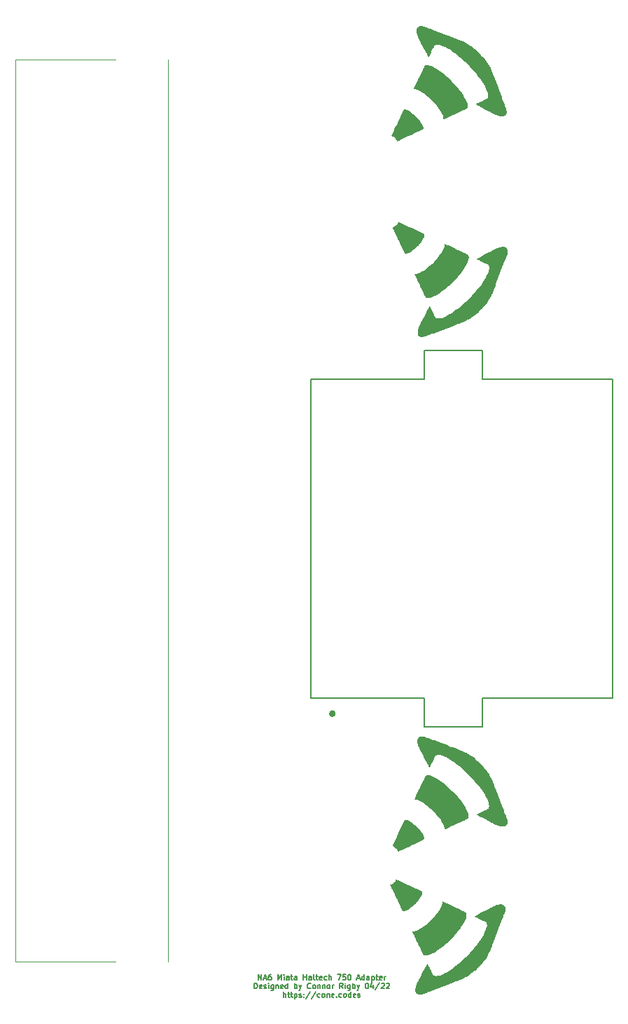
<source format=gbr>
%TF.GenerationSoftware,KiCad,Pcbnew,(6.0.2-0)*%
%TF.CreationDate,2022-04-27T17:33:59-06:00*%
%TF.ProjectId,haltech-adapter,68616c74-6563-4682-9d61-646170746572,rev?*%
%TF.SameCoordinates,Original*%
%TF.FileFunction,Legend,Top*%
%TF.FilePolarity,Positive*%
%FSLAX46Y46*%
G04 Gerber Fmt 4.6, Leading zero omitted, Abs format (unit mm)*
G04 Created by KiCad (PCBNEW (6.0.2-0)) date 2022-04-27 17:33:59*
%MOMM*%
%LPD*%
G01*
G04 APERTURE LIST*
%ADD10C,0.150000*%
%ADD11C,0.100000*%
%ADD12C,0.127000*%
%ADD13C,0.400000*%
%ADD14C,1.800000*%
%ADD15C,5.400000*%
%ADD16R,1.950000X1.950000*%
%ADD17C,1.950000*%
G04 APERTURE END LIST*
D10*
X42839285Y-129122547D02*
X42839285Y-128472547D01*
X43210714Y-129122547D01*
X43210714Y-128472547D01*
X43489285Y-128936833D02*
X43798809Y-128936833D01*
X43427380Y-129122547D02*
X43644047Y-128472547D01*
X43860714Y-129122547D01*
X44355952Y-128472547D02*
X44232142Y-128472547D01*
X44170238Y-128503500D01*
X44139285Y-128534452D01*
X44077380Y-128627309D01*
X44046428Y-128751119D01*
X44046428Y-128998738D01*
X44077380Y-129060642D01*
X44108333Y-129091595D01*
X44170238Y-129122547D01*
X44294047Y-129122547D01*
X44355952Y-129091595D01*
X44386904Y-129060642D01*
X44417857Y-128998738D01*
X44417857Y-128843976D01*
X44386904Y-128782071D01*
X44355952Y-128751119D01*
X44294047Y-128720166D01*
X44170238Y-128720166D01*
X44108333Y-128751119D01*
X44077380Y-128782071D01*
X44046428Y-128843976D01*
X45191666Y-129122547D02*
X45191666Y-128472547D01*
X45408333Y-128936833D01*
X45624999Y-128472547D01*
X45624999Y-129122547D01*
X45934523Y-129122547D02*
X45934523Y-128689214D01*
X45934523Y-128472547D02*
X45903571Y-128503500D01*
X45934523Y-128534452D01*
X45965476Y-128503500D01*
X45934523Y-128472547D01*
X45934523Y-128534452D01*
X46522619Y-129122547D02*
X46522619Y-128782071D01*
X46491666Y-128720166D01*
X46429761Y-128689214D01*
X46305952Y-128689214D01*
X46244047Y-128720166D01*
X46522619Y-129091595D02*
X46460714Y-129122547D01*
X46305952Y-129122547D01*
X46244047Y-129091595D01*
X46213095Y-129029690D01*
X46213095Y-128967785D01*
X46244047Y-128905880D01*
X46305952Y-128874928D01*
X46460714Y-128874928D01*
X46522619Y-128843976D01*
X46739285Y-128689214D02*
X46986904Y-128689214D01*
X46832142Y-128472547D02*
X46832142Y-129029690D01*
X46863095Y-129091595D01*
X46925000Y-129122547D01*
X46986904Y-129122547D01*
X47482142Y-129122547D02*
X47482142Y-128782071D01*
X47451190Y-128720166D01*
X47389285Y-128689214D01*
X47265476Y-128689214D01*
X47203571Y-128720166D01*
X47482142Y-129091595D02*
X47420238Y-129122547D01*
X47265476Y-129122547D01*
X47203571Y-129091595D01*
X47172619Y-129029690D01*
X47172619Y-128967785D01*
X47203571Y-128905880D01*
X47265476Y-128874928D01*
X47420238Y-128874928D01*
X47482142Y-128843976D01*
X48286904Y-129122547D02*
X48286904Y-128472547D01*
X48286904Y-128782071D02*
X48658333Y-128782071D01*
X48658333Y-129122547D02*
X48658333Y-128472547D01*
X49246428Y-129122547D02*
X49246428Y-128782071D01*
X49215476Y-128720166D01*
X49153571Y-128689214D01*
X49029761Y-128689214D01*
X48967857Y-128720166D01*
X49246428Y-129091595D02*
X49184523Y-129122547D01*
X49029761Y-129122547D01*
X48967857Y-129091595D01*
X48936904Y-129029690D01*
X48936904Y-128967785D01*
X48967857Y-128905880D01*
X49029761Y-128874928D01*
X49184523Y-128874928D01*
X49246428Y-128843976D01*
X49648809Y-129122547D02*
X49586904Y-129091595D01*
X49555952Y-129029690D01*
X49555952Y-128472547D01*
X49803571Y-128689214D02*
X50051190Y-128689214D01*
X49896428Y-128472547D02*
X49896428Y-129029690D01*
X49927380Y-129091595D01*
X49989285Y-129122547D01*
X50051190Y-129122547D01*
X50515476Y-129091595D02*
X50453571Y-129122547D01*
X50329761Y-129122547D01*
X50267857Y-129091595D01*
X50236904Y-129029690D01*
X50236904Y-128782071D01*
X50267857Y-128720166D01*
X50329761Y-128689214D01*
X50453571Y-128689214D01*
X50515476Y-128720166D01*
X50546428Y-128782071D01*
X50546428Y-128843976D01*
X50236904Y-128905880D01*
X51103571Y-129091595D02*
X51041666Y-129122547D01*
X50917857Y-129122547D01*
X50855952Y-129091595D01*
X50824999Y-129060642D01*
X50794047Y-128998738D01*
X50794047Y-128813023D01*
X50824999Y-128751119D01*
X50855952Y-128720166D01*
X50917857Y-128689214D01*
X51041666Y-128689214D01*
X51103571Y-128720166D01*
X51382142Y-129122547D02*
X51382142Y-128472547D01*
X51660714Y-129122547D02*
X51660714Y-128782071D01*
X51629761Y-128720166D01*
X51567857Y-128689214D01*
X51475000Y-128689214D01*
X51413095Y-128720166D01*
X51382142Y-128751119D01*
X52403571Y-128472547D02*
X52836904Y-128472547D01*
X52558333Y-129122547D01*
X53394047Y-128472547D02*
X53084523Y-128472547D01*
X53053571Y-128782071D01*
X53084523Y-128751119D01*
X53146428Y-128720166D01*
X53301190Y-128720166D01*
X53363095Y-128751119D01*
X53394047Y-128782071D01*
X53425000Y-128843976D01*
X53425000Y-128998738D01*
X53394047Y-129060642D01*
X53363095Y-129091595D01*
X53301190Y-129122547D01*
X53146428Y-129122547D01*
X53084523Y-129091595D01*
X53053571Y-129060642D01*
X53827380Y-128472547D02*
X53889285Y-128472547D01*
X53951190Y-128503500D01*
X53982142Y-128534452D01*
X54013095Y-128596357D01*
X54044047Y-128720166D01*
X54044047Y-128874928D01*
X54013095Y-128998738D01*
X53982142Y-129060642D01*
X53951190Y-129091595D01*
X53889285Y-129122547D01*
X53827380Y-129122547D01*
X53765476Y-129091595D01*
X53734523Y-129060642D01*
X53703571Y-128998738D01*
X53672619Y-128874928D01*
X53672619Y-128720166D01*
X53703571Y-128596357D01*
X53734523Y-128534452D01*
X53765476Y-128503500D01*
X53827380Y-128472547D01*
X54786904Y-128936833D02*
X55096428Y-128936833D01*
X54725000Y-129122547D02*
X54941666Y-128472547D01*
X55158333Y-129122547D01*
X55653571Y-129122547D02*
X55653571Y-128472547D01*
X55653571Y-129091595D02*
X55591666Y-129122547D01*
X55467857Y-129122547D01*
X55405952Y-129091595D01*
X55375000Y-129060642D01*
X55344047Y-128998738D01*
X55344047Y-128813023D01*
X55375000Y-128751119D01*
X55405952Y-128720166D01*
X55467857Y-128689214D01*
X55591666Y-128689214D01*
X55653571Y-128720166D01*
X56241666Y-129122547D02*
X56241666Y-128782071D01*
X56210714Y-128720166D01*
X56148809Y-128689214D01*
X56025000Y-128689214D01*
X55963095Y-128720166D01*
X56241666Y-129091595D02*
X56179761Y-129122547D01*
X56025000Y-129122547D01*
X55963095Y-129091595D01*
X55932142Y-129029690D01*
X55932142Y-128967785D01*
X55963095Y-128905880D01*
X56025000Y-128874928D01*
X56179761Y-128874928D01*
X56241666Y-128843976D01*
X56551190Y-128689214D02*
X56551190Y-129339214D01*
X56551190Y-128720166D02*
X56613095Y-128689214D01*
X56736904Y-128689214D01*
X56798809Y-128720166D01*
X56829761Y-128751119D01*
X56860714Y-128813023D01*
X56860714Y-128998738D01*
X56829761Y-129060642D01*
X56798809Y-129091595D01*
X56736904Y-129122547D01*
X56613095Y-129122547D01*
X56551190Y-129091595D01*
X57046428Y-128689214D02*
X57294047Y-128689214D01*
X57139285Y-128472547D02*
X57139285Y-129029690D01*
X57170238Y-129091595D01*
X57232142Y-129122547D01*
X57294047Y-129122547D01*
X57758333Y-129091595D02*
X57696428Y-129122547D01*
X57572619Y-129122547D01*
X57510714Y-129091595D01*
X57479761Y-129029690D01*
X57479761Y-128782071D01*
X57510714Y-128720166D01*
X57572619Y-128689214D01*
X57696428Y-128689214D01*
X57758333Y-128720166D01*
X57789285Y-128782071D01*
X57789285Y-128843976D01*
X57479761Y-128905880D01*
X58067857Y-129122547D02*
X58067857Y-128689214D01*
X58067857Y-128813023D02*
X58098809Y-128751119D01*
X58129761Y-128720166D01*
X58191666Y-128689214D01*
X58253571Y-128689214D01*
X42344047Y-130169047D02*
X42344047Y-129519047D01*
X42498809Y-129519047D01*
X42591666Y-129550000D01*
X42653571Y-129611904D01*
X42684523Y-129673809D01*
X42715476Y-129797619D01*
X42715476Y-129890476D01*
X42684523Y-130014285D01*
X42653571Y-130076190D01*
X42591666Y-130138095D01*
X42498809Y-130169047D01*
X42344047Y-130169047D01*
X43241666Y-130138095D02*
X43179761Y-130169047D01*
X43055952Y-130169047D01*
X42994047Y-130138095D01*
X42963095Y-130076190D01*
X42963095Y-129828571D01*
X42994047Y-129766666D01*
X43055952Y-129735714D01*
X43179761Y-129735714D01*
X43241666Y-129766666D01*
X43272619Y-129828571D01*
X43272619Y-129890476D01*
X42963095Y-129952380D01*
X43520238Y-130138095D02*
X43582142Y-130169047D01*
X43705952Y-130169047D01*
X43767857Y-130138095D01*
X43798809Y-130076190D01*
X43798809Y-130045238D01*
X43767857Y-129983333D01*
X43705952Y-129952380D01*
X43613095Y-129952380D01*
X43551190Y-129921428D01*
X43520238Y-129859523D01*
X43520238Y-129828571D01*
X43551190Y-129766666D01*
X43613095Y-129735714D01*
X43705952Y-129735714D01*
X43767857Y-129766666D01*
X44077380Y-130169047D02*
X44077380Y-129735714D01*
X44077380Y-129519047D02*
X44046428Y-129550000D01*
X44077380Y-129580952D01*
X44108333Y-129550000D01*
X44077380Y-129519047D01*
X44077380Y-129580952D01*
X44665476Y-129735714D02*
X44665476Y-130261904D01*
X44634523Y-130323809D01*
X44603571Y-130354761D01*
X44541666Y-130385714D01*
X44448809Y-130385714D01*
X44386904Y-130354761D01*
X44665476Y-130138095D02*
X44603571Y-130169047D01*
X44479761Y-130169047D01*
X44417857Y-130138095D01*
X44386904Y-130107142D01*
X44355952Y-130045238D01*
X44355952Y-129859523D01*
X44386904Y-129797619D01*
X44417857Y-129766666D01*
X44479761Y-129735714D01*
X44603571Y-129735714D01*
X44665476Y-129766666D01*
X44975000Y-129735714D02*
X44975000Y-130169047D01*
X44975000Y-129797619D02*
X45005952Y-129766666D01*
X45067857Y-129735714D01*
X45160714Y-129735714D01*
X45222619Y-129766666D01*
X45253571Y-129828571D01*
X45253571Y-130169047D01*
X45810714Y-130138095D02*
X45748809Y-130169047D01*
X45625000Y-130169047D01*
X45563095Y-130138095D01*
X45532142Y-130076190D01*
X45532142Y-129828571D01*
X45563095Y-129766666D01*
X45625000Y-129735714D01*
X45748809Y-129735714D01*
X45810714Y-129766666D01*
X45841666Y-129828571D01*
X45841666Y-129890476D01*
X45532142Y-129952380D01*
X46398809Y-130169047D02*
X46398809Y-129519047D01*
X46398809Y-130138095D02*
X46336904Y-130169047D01*
X46213095Y-130169047D01*
X46151190Y-130138095D01*
X46120238Y-130107142D01*
X46089285Y-130045238D01*
X46089285Y-129859523D01*
X46120238Y-129797619D01*
X46151190Y-129766666D01*
X46213095Y-129735714D01*
X46336904Y-129735714D01*
X46398809Y-129766666D01*
X47203571Y-130169047D02*
X47203571Y-129519047D01*
X47203571Y-129766666D02*
X47265476Y-129735714D01*
X47389285Y-129735714D01*
X47451190Y-129766666D01*
X47482142Y-129797619D01*
X47513095Y-129859523D01*
X47513095Y-130045238D01*
X47482142Y-130107142D01*
X47451190Y-130138095D01*
X47389285Y-130169047D01*
X47265476Y-130169047D01*
X47203571Y-130138095D01*
X47729761Y-129735714D02*
X47884523Y-130169047D01*
X48039285Y-129735714D02*
X47884523Y-130169047D01*
X47822619Y-130323809D01*
X47791666Y-130354761D01*
X47729761Y-130385714D01*
X49153571Y-130107142D02*
X49122619Y-130138095D01*
X49029761Y-130169047D01*
X48967857Y-130169047D01*
X48875000Y-130138095D01*
X48813095Y-130076190D01*
X48782142Y-130014285D01*
X48751190Y-129890476D01*
X48751190Y-129797619D01*
X48782142Y-129673809D01*
X48813095Y-129611904D01*
X48875000Y-129550000D01*
X48967857Y-129519047D01*
X49029761Y-129519047D01*
X49122619Y-129550000D01*
X49153571Y-129580952D01*
X49525000Y-130169047D02*
X49463095Y-130138095D01*
X49432142Y-130107142D01*
X49401190Y-130045238D01*
X49401190Y-129859523D01*
X49432142Y-129797619D01*
X49463095Y-129766666D01*
X49525000Y-129735714D01*
X49617857Y-129735714D01*
X49679761Y-129766666D01*
X49710714Y-129797619D01*
X49741666Y-129859523D01*
X49741666Y-130045238D01*
X49710714Y-130107142D01*
X49679761Y-130138095D01*
X49617857Y-130169047D01*
X49525000Y-130169047D01*
X50020238Y-129735714D02*
X50020238Y-130169047D01*
X50020238Y-129797619D02*
X50051190Y-129766666D01*
X50113095Y-129735714D01*
X50205952Y-129735714D01*
X50267857Y-129766666D01*
X50298809Y-129828571D01*
X50298809Y-130169047D01*
X50608333Y-129735714D02*
X50608333Y-130169047D01*
X50608333Y-129797619D02*
X50639285Y-129766666D01*
X50701190Y-129735714D01*
X50794047Y-129735714D01*
X50855952Y-129766666D01*
X50886904Y-129828571D01*
X50886904Y-130169047D01*
X51289285Y-130169047D02*
X51227380Y-130138095D01*
X51196428Y-130107142D01*
X51165476Y-130045238D01*
X51165476Y-129859523D01*
X51196428Y-129797619D01*
X51227380Y-129766666D01*
X51289285Y-129735714D01*
X51382142Y-129735714D01*
X51444047Y-129766666D01*
X51475000Y-129797619D01*
X51505952Y-129859523D01*
X51505952Y-130045238D01*
X51475000Y-130107142D01*
X51444047Y-130138095D01*
X51382142Y-130169047D01*
X51289285Y-130169047D01*
X51784523Y-130169047D02*
X51784523Y-129735714D01*
X51784523Y-129859523D02*
X51815476Y-129797619D01*
X51846428Y-129766666D01*
X51908333Y-129735714D01*
X51970238Y-129735714D01*
X53053571Y-130169047D02*
X52836904Y-129859523D01*
X52682142Y-130169047D02*
X52682142Y-129519047D01*
X52929761Y-129519047D01*
X52991666Y-129550000D01*
X53022619Y-129580952D01*
X53053571Y-129642857D01*
X53053571Y-129735714D01*
X53022619Y-129797619D01*
X52991666Y-129828571D01*
X52929761Y-129859523D01*
X52682142Y-129859523D01*
X53332142Y-130169047D02*
X53332142Y-129735714D01*
X53332142Y-129519047D02*
X53301190Y-129550000D01*
X53332142Y-129580952D01*
X53363095Y-129550000D01*
X53332142Y-129519047D01*
X53332142Y-129580952D01*
X53920238Y-129735714D02*
X53920238Y-130261904D01*
X53889285Y-130323809D01*
X53858333Y-130354761D01*
X53796428Y-130385714D01*
X53703571Y-130385714D01*
X53641666Y-130354761D01*
X53920238Y-130138095D02*
X53858333Y-130169047D01*
X53734523Y-130169047D01*
X53672619Y-130138095D01*
X53641666Y-130107142D01*
X53610714Y-130045238D01*
X53610714Y-129859523D01*
X53641666Y-129797619D01*
X53672619Y-129766666D01*
X53734523Y-129735714D01*
X53858333Y-129735714D01*
X53920238Y-129766666D01*
X54229761Y-130169047D02*
X54229761Y-129519047D01*
X54229761Y-129766666D02*
X54291666Y-129735714D01*
X54415476Y-129735714D01*
X54477380Y-129766666D01*
X54508333Y-129797619D01*
X54539285Y-129859523D01*
X54539285Y-130045238D01*
X54508333Y-130107142D01*
X54477380Y-130138095D01*
X54415476Y-130169047D01*
X54291666Y-130169047D01*
X54229761Y-130138095D01*
X54755952Y-129735714D02*
X54910714Y-130169047D01*
X55065476Y-129735714D02*
X54910714Y-130169047D01*
X54848809Y-130323809D01*
X54817857Y-130354761D01*
X54755952Y-130385714D01*
X55932142Y-129519047D02*
X55994047Y-129519047D01*
X56055952Y-129550000D01*
X56086904Y-129580952D01*
X56117857Y-129642857D01*
X56148809Y-129766666D01*
X56148809Y-129921428D01*
X56117857Y-130045238D01*
X56086904Y-130107142D01*
X56055952Y-130138095D01*
X55994047Y-130169047D01*
X55932142Y-130169047D01*
X55870238Y-130138095D01*
X55839285Y-130107142D01*
X55808333Y-130045238D01*
X55777380Y-129921428D01*
X55777380Y-129766666D01*
X55808333Y-129642857D01*
X55839285Y-129580952D01*
X55870238Y-129550000D01*
X55932142Y-129519047D01*
X56705952Y-129735714D02*
X56705952Y-130169047D01*
X56551190Y-129488095D02*
X56396428Y-129952380D01*
X56798809Y-129952380D01*
X57510714Y-129488095D02*
X56953571Y-130323809D01*
X57696428Y-129580952D02*
X57727380Y-129550000D01*
X57789285Y-129519047D01*
X57944047Y-129519047D01*
X58005952Y-129550000D01*
X58036904Y-129580952D01*
X58067857Y-129642857D01*
X58067857Y-129704761D01*
X58036904Y-129797619D01*
X57665476Y-130169047D01*
X58067857Y-130169047D01*
X58315476Y-129580952D02*
X58346428Y-129550000D01*
X58408333Y-129519047D01*
X58563095Y-129519047D01*
X58625000Y-129550000D01*
X58655952Y-129580952D01*
X58686904Y-129642857D01*
X58686904Y-129704761D01*
X58655952Y-129797619D01*
X58284523Y-130169047D01*
X58686904Y-130169047D01*
X45888095Y-131215547D02*
X45888095Y-130565547D01*
X46166666Y-131215547D02*
X46166666Y-130875071D01*
X46135714Y-130813166D01*
X46073809Y-130782214D01*
X45980952Y-130782214D01*
X45919047Y-130813166D01*
X45888095Y-130844119D01*
X46383333Y-130782214D02*
X46630952Y-130782214D01*
X46476190Y-130565547D02*
X46476190Y-131122690D01*
X46507142Y-131184595D01*
X46569047Y-131215547D01*
X46630952Y-131215547D01*
X46754761Y-130782214D02*
X47002380Y-130782214D01*
X46847619Y-130565547D02*
X46847619Y-131122690D01*
X46878571Y-131184595D01*
X46940476Y-131215547D01*
X47002380Y-131215547D01*
X47219047Y-130782214D02*
X47219047Y-131432214D01*
X47219047Y-130813166D02*
X47280952Y-130782214D01*
X47404761Y-130782214D01*
X47466666Y-130813166D01*
X47497619Y-130844119D01*
X47528571Y-130906023D01*
X47528571Y-131091738D01*
X47497619Y-131153642D01*
X47466666Y-131184595D01*
X47404761Y-131215547D01*
X47280952Y-131215547D01*
X47219047Y-131184595D01*
X47776190Y-131184595D02*
X47838095Y-131215547D01*
X47961904Y-131215547D01*
X48023809Y-131184595D01*
X48054761Y-131122690D01*
X48054761Y-131091738D01*
X48023809Y-131029833D01*
X47961904Y-130998880D01*
X47869047Y-130998880D01*
X47807142Y-130967928D01*
X47776190Y-130906023D01*
X47776190Y-130875071D01*
X47807142Y-130813166D01*
X47869047Y-130782214D01*
X47961904Y-130782214D01*
X48023809Y-130813166D01*
X48333333Y-131153642D02*
X48364285Y-131184595D01*
X48333333Y-131215547D01*
X48302380Y-131184595D01*
X48333333Y-131153642D01*
X48333333Y-131215547D01*
X48333333Y-130813166D02*
X48364285Y-130844119D01*
X48333333Y-130875071D01*
X48302380Y-130844119D01*
X48333333Y-130813166D01*
X48333333Y-130875071D01*
X49107142Y-130534595D02*
X48549999Y-131370309D01*
X49788095Y-130534595D02*
X49230952Y-131370309D01*
X50283333Y-131184595D02*
X50221428Y-131215547D01*
X50097619Y-131215547D01*
X50035714Y-131184595D01*
X50004761Y-131153642D01*
X49973809Y-131091738D01*
X49973809Y-130906023D01*
X50004761Y-130844119D01*
X50035714Y-130813166D01*
X50097619Y-130782214D01*
X50221428Y-130782214D01*
X50283333Y-130813166D01*
X50654761Y-131215547D02*
X50592857Y-131184595D01*
X50561904Y-131153642D01*
X50530952Y-131091738D01*
X50530952Y-130906023D01*
X50561904Y-130844119D01*
X50592857Y-130813166D01*
X50654761Y-130782214D01*
X50747619Y-130782214D01*
X50809523Y-130813166D01*
X50840476Y-130844119D01*
X50871428Y-130906023D01*
X50871428Y-131091738D01*
X50840476Y-131153642D01*
X50809523Y-131184595D01*
X50747619Y-131215547D01*
X50654761Y-131215547D01*
X51149999Y-130782214D02*
X51149999Y-131215547D01*
X51149999Y-130844119D02*
X51180952Y-130813166D01*
X51242857Y-130782214D01*
X51335714Y-130782214D01*
X51397619Y-130813166D01*
X51428571Y-130875071D01*
X51428571Y-131215547D01*
X51985714Y-131184595D02*
X51923809Y-131215547D01*
X51799999Y-131215547D01*
X51738095Y-131184595D01*
X51707142Y-131122690D01*
X51707142Y-130875071D01*
X51738095Y-130813166D01*
X51799999Y-130782214D01*
X51923809Y-130782214D01*
X51985714Y-130813166D01*
X52016666Y-130875071D01*
X52016666Y-130936976D01*
X51707142Y-130998880D01*
X52295238Y-131153642D02*
X52326190Y-131184595D01*
X52295238Y-131215547D01*
X52264285Y-131184595D01*
X52295238Y-131153642D01*
X52295238Y-131215547D01*
X52883333Y-131184595D02*
X52821428Y-131215547D01*
X52697619Y-131215547D01*
X52635714Y-131184595D01*
X52604761Y-131153642D01*
X52573809Y-131091738D01*
X52573809Y-130906023D01*
X52604761Y-130844119D01*
X52635714Y-130813166D01*
X52697619Y-130782214D01*
X52821428Y-130782214D01*
X52883333Y-130813166D01*
X53254761Y-131215547D02*
X53192857Y-131184595D01*
X53161904Y-131153642D01*
X53130952Y-131091738D01*
X53130952Y-130906023D01*
X53161904Y-130844119D01*
X53192857Y-130813166D01*
X53254761Y-130782214D01*
X53347619Y-130782214D01*
X53409523Y-130813166D01*
X53440476Y-130844119D01*
X53471428Y-130906023D01*
X53471428Y-131091738D01*
X53440476Y-131153642D01*
X53409523Y-131184595D01*
X53347619Y-131215547D01*
X53254761Y-131215547D01*
X54028571Y-131215547D02*
X54028571Y-130565547D01*
X54028571Y-131184595D02*
X53966666Y-131215547D01*
X53842857Y-131215547D01*
X53780952Y-131184595D01*
X53749999Y-131153642D01*
X53719047Y-131091738D01*
X53719047Y-130906023D01*
X53749999Y-130844119D01*
X53780952Y-130813166D01*
X53842857Y-130782214D01*
X53966666Y-130782214D01*
X54028571Y-130813166D01*
X54585714Y-131184595D02*
X54523809Y-131215547D01*
X54399999Y-131215547D01*
X54338095Y-131184595D01*
X54307142Y-131122690D01*
X54307142Y-130875071D01*
X54338095Y-130813166D01*
X54399999Y-130782214D01*
X54523809Y-130782214D01*
X54585714Y-130813166D01*
X54616666Y-130875071D01*
X54616666Y-130936976D01*
X54307142Y-130998880D01*
X54864285Y-131184595D02*
X54926190Y-131215547D01*
X55049999Y-131215547D01*
X55111904Y-131184595D01*
X55142857Y-131122690D01*
X55142857Y-131091738D01*
X55111904Y-131029833D01*
X55049999Y-130998880D01*
X54957142Y-130998880D01*
X54895238Y-130967928D01*
X54864285Y-130906023D01*
X54864285Y-130875071D01*
X54895238Y-130813166D01*
X54957142Y-130782214D01*
X55049999Y-130782214D01*
X55111904Y-130813166D01*
%TO.C,G\u002A\u002A\u002A*%
G36*
X72493932Y-40572540D02*
G01*
X72599368Y-40587459D01*
X72684476Y-40612132D01*
X72739762Y-40633672D01*
X72780316Y-40655863D01*
X72817237Y-40686336D01*
X72861624Y-40732717D01*
X72864457Y-40735831D01*
X72922281Y-40806981D01*
X72959574Y-40872382D01*
X72970865Y-40901242D01*
X72988362Y-40980594D01*
X72995381Y-41079963D01*
X72992087Y-41190594D01*
X72978645Y-41303730D01*
X72961792Y-41385798D01*
X72953229Y-41412632D01*
X72934406Y-41466245D01*
X72906030Y-41544767D01*
X72868811Y-41646328D01*
X72823458Y-41769059D01*
X72770679Y-41911089D01*
X72711184Y-42070549D01*
X72645679Y-42245571D01*
X72574875Y-42434282D01*
X72499480Y-42634816D01*
X72420202Y-42845301D01*
X72337751Y-43063868D01*
X72252834Y-43288647D01*
X72166162Y-43517769D01*
X72078441Y-43749364D01*
X71990381Y-43981561D01*
X71902691Y-44212493D01*
X71816079Y-44440289D01*
X71731254Y-44663080D01*
X71648925Y-44878994D01*
X71569800Y-45086164D01*
X71494588Y-45282720D01*
X71423997Y-45466791D01*
X71358736Y-45636509D01*
X71299515Y-45790002D01*
X71247040Y-45925403D01*
X71202023Y-46040841D01*
X71165170Y-46134446D01*
X71137191Y-46204349D01*
X71118794Y-46248681D01*
X71117166Y-46252416D01*
X70998071Y-46498912D01*
X70852282Y-46757822D01*
X70680573Y-47027909D01*
X70483725Y-47307937D01*
X70304723Y-47543311D01*
X70257562Y-47600043D01*
X70191720Y-47674506D01*
X70110630Y-47763173D01*
X70017726Y-47862517D01*
X69916439Y-47969008D01*
X69810205Y-48079120D01*
X69702455Y-48189323D01*
X69596625Y-48296091D01*
X69496146Y-48395895D01*
X69404454Y-48485208D01*
X69324979Y-48560502D01*
X69261157Y-48618249D01*
X69245579Y-48631620D01*
X68972461Y-48852307D01*
X68698754Y-49054415D01*
X68427383Y-49236067D01*
X68161274Y-49395387D01*
X67903352Y-49530498D01*
X67706236Y-49619329D01*
X67673653Y-49632368D01*
X67614675Y-49655409D01*
X67531219Y-49687725D01*
X67425206Y-49728582D01*
X67298557Y-49777251D01*
X67153191Y-49833000D01*
X66991027Y-49895100D01*
X66813988Y-49962817D01*
X66623991Y-50035424D01*
X66422958Y-50112186D01*
X66212807Y-50192374D01*
X65995460Y-50275259D01*
X65772835Y-50360107D01*
X65546854Y-50446190D01*
X65319436Y-50532775D01*
X65092502Y-50619131D01*
X64867969Y-50704529D01*
X64647760Y-50788236D01*
X64433795Y-50869523D01*
X64227993Y-50947658D01*
X64032273Y-51021911D01*
X63848556Y-51091550D01*
X63678763Y-51155845D01*
X63524813Y-51214064D01*
X63388625Y-51265478D01*
X63272122Y-51309355D01*
X63177219Y-51344963D01*
X63105842Y-51371574D01*
X63059906Y-51388455D01*
X63044282Y-51393970D01*
X62892224Y-51436032D01*
X62744019Y-51460703D01*
X62605364Y-51467543D01*
X62481952Y-51456119D01*
X62421600Y-51441575D01*
X62378406Y-51425141D01*
X62339156Y-51401485D01*
X62295137Y-51364571D01*
X62256368Y-51327161D01*
X62207531Y-51276488D01*
X62175137Y-51235729D01*
X62152418Y-51194744D01*
X62132603Y-51143395D01*
X62131466Y-51140079D01*
X62108873Y-51041933D01*
X62099568Y-50923656D01*
X62103641Y-50792810D01*
X62121181Y-50656954D01*
X62125492Y-50633991D01*
X62150626Y-50528252D01*
X62186959Y-50404943D01*
X62231211Y-50273537D01*
X62280100Y-50143505D01*
X62330345Y-50024323D01*
X62354580Y-49972521D01*
X62378250Y-49925154D01*
X62413370Y-49856521D01*
X62458667Y-49769016D01*
X62512867Y-49665040D01*
X62574696Y-49546987D01*
X62642881Y-49417255D01*
X62716148Y-49278241D01*
X62793222Y-49132340D01*
X62872832Y-48981950D01*
X62953701Y-48829468D01*
X63034560Y-48677289D01*
X63114130Y-48527812D01*
X63191141Y-48383432D01*
X63264317Y-48246547D01*
X63332386Y-48119552D01*
X63394073Y-48004845D01*
X63448106Y-47904822D01*
X63493210Y-47821882D01*
X63528112Y-47758418D01*
X63551537Y-47716829D01*
X63562213Y-47699512D01*
X63562707Y-47699173D01*
X63570529Y-47714065D01*
X63590213Y-47754041D01*
X63620491Y-47816466D01*
X63660097Y-47898697D01*
X63707762Y-47998098D01*
X63762220Y-48112029D01*
X63822204Y-48237850D01*
X63886446Y-48372923D01*
X63904742Y-48411449D01*
X63982178Y-48574524D01*
X64047816Y-48712218D01*
X64103092Y-48826826D01*
X64149438Y-48920641D01*
X64188289Y-48995960D01*
X64221077Y-49055079D01*
X64249234Y-49100291D01*
X64274198Y-49133893D01*
X64297398Y-49158178D01*
X64320270Y-49175442D01*
X64344247Y-49187981D01*
X64370763Y-49198090D01*
X64401250Y-49208063D01*
X64402556Y-49208486D01*
X64489143Y-49226419D01*
X64595953Y-49232353D01*
X64714986Y-49226317D01*
X64838244Y-49208337D01*
X64845103Y-49206978D01*
X65039561Y-49156986D01*
X65249459Y-49082650D01*
X65473259Y-48985174D01*
X65709420Y-48865760D01*
X65956405Y-48725614D01*
X66212674Y-48565938D01*
X66476688Y-48387938D01*
X66746907Y-48192817D01*
X67021792Y-47981779D01*
X67299806Y-47756029D01*
X67579407Y-47516768D01*
X67859058Y-47265203D01*
X68137219Y-47002538D01*
X68412351Y-46729974D01*
X68682915Y-46448718D01*
X68947371Y-46159972D01*
X69204182Y-45864941D01*
X69366332Y-45670306D01*
X69600657Y-45375433D01*
X69815635Y-45087387D01*
X70010553Y-44807404D01*
X70184707Y-44536720D01*
X70337386Y-44276569D01*
X70467883Y-44028190D01*
X70575490Y-43792815D01*
X70659497Y-43571683D01*
X70719198Y-43366027D01*
X70738395Y-43276470D01*
X70752336Y-43159684D01*
X70751512Y-43043968D01*
X70736925Y-42935813D01*
X70709572Y-42841711D01*
X70670453Y-42768150D01*
X70657693Y-42752304D01*
X70634584Y-42735169D01*
X70585573Y-42706695D01*
X70510303Y-42666703D01*
X70408423Y-42615013D01*
X70279579Y-42551447D01*
X70123418Y-42475826D01*
X69939586Y-42387970D01*
X69926823Y-42381903D01*
X69790871Y-42317043D01*
X69663712Y-42255861D01*
X69547971Y-42199661D01*
X69446274Y-42149740D01*
X69361245Y-42107397D01*
X69295510Y-42073933D01*
X69251693Y-42050646D01*
X69232421Y-42038836D01*
X69231736Y-42037897D01*
X69244913Y-42028950D01*
X69282842Y-42007012D01*
X69343121Y-41973365D01*
X69423347Y-41929286D01*
X69521116Y-41876057D01*
X69634024Y-41814955D01*
X69759671Y-41747262D01*
X69895651Y-41674256D01*
X70039563Y-41597218D01*
X70189003Y-41517427D01*
X70341568Y-41436162D01*
X70494855Y-41354704D01*
X70646462Y-41274332D01*
X70793984Y-41196324D01*
X70935020Y-41121961D01*
X71067166Y-41052523D01*
X71188019Y-40989289D01*
X71295176Y-40933539D01*
X71386234Y-40886551D01*
X71458790Y-40849607D01*
X71510440Y-40823987D01*
X71519923Y-40819444D01*
X71635545Y-40768666D01*
X71763558Y-40719194D01*
X71895990Y-40673618D01*
X72024863Y-40634527D01*
X72142208Y-40604509D01*
X72237168Y-40586553D01*
X72375605Y-40572375D01*
X72493932Y-40572540D01*
G37*
G36*
X59764808Y-37547385D02*
G01*
X59781406Y-37554554D01*
X59823922Y-37574062D01*
X59890572Y-37605069D01*
X59979575Y-37646734D01*
X60089146Y-37698216D01*
X60217505Y-37758674D01*
X60362868Y-37827268D01*
X60523450Y-37903158D01*
X60697472Y-37985500D01*
X60883149Y-38073456D01*
X61078699Y-38166186D01*
X61282338Y-38262847D01*
X61344924Y-38292572D01*
X62902341Y-39032401D01*
X62922985Y-39090333D01*
X62935079Y-39166523D01*
X62924355Y-39260903D01*
X62891487Y-39371941D01*
X62837152Y-39498099D01*
X62762022Y-39637843D01*
X62666773Y-39789638D01*
X62552079Y-39951949D01*
X62533271Y-39977066D01*
X62496857Y-40023250D01*
X62446451Y-40084283D01*
X62385968Y-40155701D01*
X62319326Y-40233041D01*
X62250443Y-40311842D01*
X62183236Y-40387640D01*
X62121621Y-40455973D01*
X62069517Y-40512379D01*
X62030839Y-40552394D01*
X62015735Y-40566656D01*
X61996363Y-40583855D01*
X61958990Y-40617304D01*
X61908400Y-40662710D01*
X61849379Y-40715784D01*
X61827053Y-40735882D01*
X61658867Y-40881172D01*
X61495045Y-41010657D01*
X61337388Y-41123385D01*
X61187697Y-41218403D01*
X61047776Y-41294756D01*
X60919425Y-41351492D01*
X60804448Y-41387658D01*
X60704646Y-41402300D01*
X60621821Y-41394466D01*
X60597425Y-41386339D01*
X60589192Y-41382566D01*
X60580887Y-41377174D01*
X60571749Y-41368643D01*
X60561017Y-41355452D01*
X60547928Y-41336080D01*
X60531724Y-41309005D01*
X60511640Y-41272710D01*
X60486916Y-41225671D01*
X60456789Y-41166368D01*
X60420501Y-41093282D01*
X60377287Y-41004891D01*
X60326388Y-40899675D01*
X60267040Y-40776112D01*
X60198484Y-40632682D01*
X60119957Y-40467865D01*
X60030698Y-40280139D01*
X59929946Y-40067985D01*
X59816938Y-39829881D01*
X59797219Y-39788325D01*
X59699166Y-39581654D01*
X59604853Y-39382781D01*
X59515107Y-39193453D01*
X59430753Y-39015420D01*
X59352622Y-38850430D01*
X59281537Y-38700232D01*
X59218326Y-38566574D01*
X59163818Y-38451204D01*
X59118840Y-38355871D01*
X59084217Y-38282324D01*
X59060777Y-38232310D01*
X59049347Y-38207579D01*
X59048325Y-38205165D01*
X59061085Y-38200529D01*
X59091899Y-38198655D01*
X59127071Y-38191638D01*
X59178288Y-38173156D01*
X59235016Y-38147063D01*
X59240123Y-38144426D01*
X59287358Y-38118196D01*
X59329474Y-38090264D01*
X59372778Y-38055526D01*
X59423579Y-38008881D01*
X59488188Y-37945225D01*
X59495459Y-37937922D01*
X59597194Y-37828975D01*
X59671781Y-37734087D01*
X59719200Y-37653290D01*
X59739427Y-37586615D01*
X59740044Y-37579245D01*
X59745590Y-37551586D01*
X59761530Y-37546708D01*
X59764808Y-37547385D01*
G37*
G36*
X65382363Y-40200432D02*
G01*
X65402895Y-40210189D01*
X65449204Y-40232162D01*
X65519345Y-40265429D01*
X65611374Y-40309069D01*
X65723348Y-40362159D01*
X65853321Y-40423778D01*
X65999350Y-40493003D01*
X66159490Y-40568915D01*
X66331797Y-40650589D01*
X66514328Y-40737107D01*
X66705138Y-40827543D01*
X66817519Y-40880806D01*
X67011364Y-40972751D01*
X67197435Y-41061153D01*
X67373850Y-41145109D01*
X67538727Y-41223716D01*
X67690182Y-41296073D01*
X67826334Y-41361278D01*
X67945300Y-41418427D01*
X68045197Y-41466618D01*
X68124145Y-41504950D01*
X68180259Y-41532520D01*
X68211657Y-41548426D01*
X68217856Y-41552002D01*
X68230059Y-41573043D01*
X68247961Y-41614019D01*
X68266285Y-41662236D01*
X68290381Y-41772483D01*
X68291313Y-41900971D01*
X68269691Y-42046559D01*
X68226129Y-42208103D01*
X68161239Y-42384464D01*
X68075633Y-42574499D01*
X67969923Y-42777067D01*
X67844723Y-42991026D01*
X67700644Y-43215234D01*
X67538298Y-43448550D01*
X67358298Y-43689832D01*
X67161256Y-43937939D01*
X66947784Y-44191728D01*
X66849087Y-44304589D01*
X66800050Y-44358354D01*
X66732984Y-44429469D01*
X66651583Y-44514211D01*
X66559546Y-44608856D01*
X66460566Y-44709678D01*
X66358340Y-44812953D01*
X66256564Y-44914955D01*
X66158933Y-45011961D01*
X66069144Y-45100245D01*
X65990892Y-45176083D01*
X65927873Y-45235752D01*
X65898373Y-45262722D01*
X65639345Y-45487935D01*
X65382951Y-45698224D01*
X65130762Y-45892630D01*
X64884347Y-46070192D01*
X64645276Y-46229949D01*
X64415120Y-46370944D01*
X64195448Y-46492213D01*
X63987830Y-46592796D01*
X63793837Y-46671736D01*
X63615037Y-46728070D01*
X63453001Y-46760838D01*
X63448058Y-46761494D01*
X63319069Y-46767155D01*
X63204472Y-46749266D01*
X63122276Y-46716625D01*
X63112820Y-46711215D01*
X63103516Y-46704479D01*
X63093557Y-46694811D01*
X63082133Y-46680603D01*
X63068436Y-46660249D01*
X63051658Y-46632140D01*
X63030990Y-46594671D01*
X63005622Y-46546235D01*
X62974747Y-46485223D01*
X62937555Y-46410030D01*
X62893240Y-46319048D01*
X62840991Y-46210670D01*
X62779999Y-46083290D01*
X62709457Y-45935299D01*
X62628556Y-45765093D01*
X62536487Y-45571062D01*
X62432442Y-45351600D01*
X62384160Y-45249731D01*
X62274815Y-45018996D01*
X62177923Y-44814419D01*
X62092789Y-44634439D01*
X62018721Y-44477498D01*
X61955026Y-44342037D01*
X61901008Y-44226497D01*
X61855975Y-44129316D01*
X61819234Y-44048938D01*
X61790091Y-43983802D01*
X61767852Y-43932350D01*
X61751824Y-43893020D01*
X61741312Y-43864255D01*
X61735625Y-43844495D01*
X61734067Y-43832181D01*
X61735947Y-43825753D01*
X61740569Y-43823652D01*
X61747242Y-43824319D01*
X61750506Y-43825054D01*
X61843008Y-43834873D01*
X61954749Y-43826172D01*
X62081324Y-43799978D01*
X62218330Y-43757319D01*
X62361362Y-43699220D01*
X62429778Y-43666693D01*
X62647420Y-43547688D01*
X62874783Y-43403601D01*
X63108869Y-43237264D01*
X63346680Y-43051511D01*
X63585218Y-42849175D01*
X63821485Y-42633089D01*
X64052484Y-42406086D01*
X64275215Y-42171000D01*
X64486684Y-41930663D01*
X64683891Y-41687908D01*
X64863838Y-41445570D01*
X65009534Y-41228624D01*
X65120096Y-41044101D01*
X65210551Y-40870457D01*
X65280327Y-40709311D01*
X65328855Y-40562284D01*
X65355564Y-40430994D01*
X65359884Y-40317062D01*
X65351470Y-40257613D01*
X65333295Y-40176985D01*
X65382363Y-40200432D01*
G37*
D11*
%TO.C,J2*%
X25550000Y-17950000D02*
X13450000Y-17950000D01*
X25550000Y-126950000D02*
X13450000Y-126950000D01*
X13450000Y-126950000D02*
X13450000Y-17950000D01*
X31950000Y-17950000D02*
X31950000Y-126950000D01*
D12*
%TO.C,J1*%
X49178509Y-56557040D02*
X49178509Y-95057040D01*
X49180949Y-95059640D02*
X62928509Y-95059640D01*
X62928509Y-98557040D02*
X69928509Y-98557040D01*
X62928509Y-53057040D02*
X62928509Y-56557040D01*
X85678509Y-95057040D02*
X85678509Y-56557040D01*
X69928509Y-56557040D02*
X69928509Y-53057040D01*
X62928509Y-56557040D02*
X49178509Y-56557040D01*
X62928509Y-95059640D02*
X62928509Y-98557040D01*
X85678509Y-56557040D02*
X69928509Y-56557040D01*
X69928509Y-53057040D02*
X62928509Y-53057040D01*
X69928509Y-95057040D02*
X85678509Y-95057040D01*
X69928509Y-98557040D02*
X69928509Y-95057040D01*
D13*
X51980509Y-96961540D02*
G75*
G03*
X51980509Y-96961540I-200000J0D01*
G01*
%TO.C,G\u002A\u002A\u002A*%
G36*
X72218932Y-119997540D02*
G01*
X72324368Y-120012459D01*
X72409476Y-120037132D01*
X72464762Y-120058672D01*
X72505316Y-120080863D01*
X72542237Y-120111336D01*
X72586624Y-120157717D01*
X72589457Y-120160831D01*
X72647281Y-120231981D01*
X72684574Y-120297382D01*
X72695865Y-120326242D01*
X72713362Y-120405594D01*
X72720381Y-120504963D01*
X72717087Y-120615594D01*
X72703645Y-120728730D01*
X72686792Y-120810798D01*
X72678229Y-120837632D01*
X72659406Y-120891245D01*
X72631030Y-120969767D01*
X72593811Y-121071328D01*
X72548458Y-121194059D01*
X72495679Y-121336089D01*
X72436184Y-121495549D01*
X72370679Y-121670571D01*
X72299875Y-121859282D01*
X72224480Y-122059816D01*
X72145202Y-122270301D01*
X72062751Y-122488868D01*
X71977834Y-122713647D01*
X71891162Y-122942769D01*
X71803441Y-123174364D01*
X71715381Y-123406561D01*
X71627691Y-123637493D01*
X71541079Y-123865289D01*
X71456254Y-124088080D01*
X71373925Y-124303994D01*
X71294800Y-124511164D01*
X71219588Y-124707720D01*
X71148997Y-124891791D01*
X71083736Y-125061509D01*
X71024515Y-125215002D01*
X70972040Y-125350403D01*
X70927023Y-125465841D01*
X70890170Y-125559446D01*
X70862191Y-125629349D01*
X70843794Y-125673681D01*
X70842166Y-125677416D01*
X70723071Y-125923912D01*
X70577282Y-126182822D01*
X70405573Y-126452909D01*
X70208725Y-126732937D01*
X70029723Y-126968311D01*
X69982562Y-127025043D01*
X69916720Y-127099506D01*
X69835630Y-127188173D01*
X69742726Y-127287517D01*
X69641439Y-127394008D01*
X69535205Y-127504120D01*
X69427455Y-127614323D01*
X69321625Y-127721091D01*
X69221146Y-127820895D01*
X69129454Y-127910208D01*
X69049979Y-127985502D01*
X68986157Y-128043249D01*
X68970579Y-128056620D01*
X68697461Y-128277307D01*
X68423754Y-128479415D01*
X68152383Y-128661067D01*
X67886274Y-128820387D01*
X67628352Y-128955498D01*
X67431236Y-129044329D01*
X67398653Y-129057368D01*
X67339675Y-129080409D01*
X67256219Y-129112725D01*
X67150206Y-129153582D01*
X67023557Y-129202251D01*
X66878191Y-129258000D01*
X66716027Y-129320100D01*
X66538988Y-129387817D01*
X66348991Y-129460424D01*
X66147958Y-129537186D01*
X65937807Y-129617374D01*
X65720460Y-129700259D01*
X65497835Y-129785107D01*
X65271854Y-129871190D01*
X65044436Y-129957775D01*
X64817502Y-130044131D01*
X64592969Y-130129529D01*
X64372760Y-130213236D01*
X64158795Y-130294523D01*
X63952993Y-130372658D01*
X63757273Y-130446911D01*
X63573556Y-130516550D01*
X63403763Y-130580845D01*
X63249813Y-130639064D01*
X63113625Y-130690478D01*
X62997122Y-130734355D01*
X62902219Y-130769963D01*
X62830842Y-130796574D01*
X62784906Y-130813455D01*
X62769282Y-130818970D01*
X62617224Y-130861032D01*
X62469019Y-130885703D01*
X62330364Y-130892543D01*
X62206952Y-130881119D01*
X62146600Y-130866575D01*
X62103406Y-130850141D01*
X62064156Y-130826485D01*
X62020137Y-130789571D01*
X61981368Y-130752161D01*
X61932531Y-130701488D01*
X61900137Y-130660729D01*
X61877418Y-130619744D01*
X61857603Y-130568395D01*
X61856466Y-130565079D01*
X61833873Y-130466933D01*
X61824568Y-130348656D01*
X61828641Y-130217810D01*
X61846181Y-130081954D01*
X61850492Y-130058991D01*
X61875626Y-129953252D01*
X61911959Y-129829943D01*
X61956211Y-129698537D01*
X62005100Y-129568505D01*
X62055345Y-129449323D01*
X62079580Y-129397521D01*
X62103250Y-129350154D01*
X62138370Y-129281521D01*
X62183667Y-129194016D01*
X62237867Y-129090040D01*
X62299696Y-128971987D01*
X62367881Y-128842255D01*
X62441148Y-128703241D01*
X62518222Y-128557340D01*
X62597832Y-128406950D01*
X62678701Y-128254468D01*
X62759560Y-128102289D01*
X62839130Y-127952812D01*
X62916141Y-127808432D01*
X62989317Y-127671547D01*
X63057386Y-127544552D01*
X63119073Y-127429845D01*
X63173106Y-127329822D01*
X63218210Y-127246882D01*
X63253112Y-127183418D01*
X63276537Y-127141829D01*
X63287213Y-127124512D01*
X63287707Y-127124173D01*
X63295529Y-127139065D01*
X63315213Y-127179041D01*
X63345491Y-127241466D01*
X63385097Y-127323697D01*
X63432762Y-127423098D01*
X63487220Y-127537029D01*
X63547204Y-127662850D01*
X63611446Y-127797923D01*
X63629742Y-127836449D01*
X63707178Y-127999524D01*
X63772816Y-128137218D01*
X63828092Y-128251826D01*
X63874438Y-128345641D01*
X63913289Y-128420960D01*
X63946077Y-128480079D01*
X63974234Y-128525291D01*
X63999198Y-128558893D01*
X64022398Y-128583178D01*
X64045270Y-128600442D01*
X64069247Y-128612981D01*
X64095763Y-128623090D01*
X64126250Y-128633063D01*
X64127556Y-128633486D01*
X64214143Y-128651419D01*
X64320953Y-128657353D01*
X64439986Y-128651317D01*
X64563244Y-128633337D01*
X64570103Y-128631978D01*
X64764561Y-128581986D01*
X64974459Y-128507650D01*
X65198259Y-128410174D01*
X65434420Y-128290760D01*
X65681405Y-128150614D01*
X65937674Y-127990938D01*
X66201688Y-127812938D01*
X66471907Y-127617817D01*
X66746792Y-127406779D01*
X67024806Y-127181029D01*
X67304407Y-126941768D01*
X67584058Y-126690203D01*
X67862219Y-126427538D01*
X68137351Y-126154974D01*
X68407915Y-125873718D01*
X68672371Y-125584972D01*
X68929182Y-125289941D01*
X69091332Y-125095306D01*
X69325657Y-124800433D01*
X69540635Y-124512387D01*
X69735553Y-124232404D01*
X69909707Y-123961720D01*
X70062386Y-123701569D01*
X70192883Y-123453190D01*
X70300490Y-123217815D01*
X70384497Y-122996683D01*
X70444198Y-122791027D01*
X70463395Y-122701470D01*
X70477336Y-122584684D01*
X70476512Y-122468968D01*
X70461925Y-122360813D01*
X70434572Y-122266711D01*
X70395453Y-122193150D01*
X70382693Y-122177304D01*
X70359584Y-122160169D01*
X70310573Y-122131695D01*
X70235303Y-122091703D01*
X70133423Y-122040013D01*
X70004579Y-121976447D01*
X69848418Y-121900826D01*
X69664586Y-121812970D01*
X69651823Y-121806903D01*
X69515871Y-121742043D01*
X69388712Y-121680861D01*
X69272971Y-121624661D01*
X69171274Y-121574740D01*
X69086245Y-121532397D01*
X69020510Y-121498933D01*
X68976693Y-121475646D01*
X68957421Y-121463836D01*
X68956736Y-121462897D01*
X68969913Y-121453950D01*
X69007842Y-121432012D01*
X69068121Y-121398365D01*
X69148347Y-121354286D01*
X69246116Y-121301057D01*
X69359024Y-121239955D01*
X69484671Y-121172262D01*
X69620651Y-121099256D01*
X69764563Y-121022218D01*
X69914003Y-120942427D01*
X70066568Y-120861162D01*
X70219855Y-120779704D01*
X70371462Y-120699332D01*
X70518984Y-120621324D01*
X70660020Y-120546961D01*
X70792166Y-120477523D01*
X70913019Y-120414289D01*
X71020176Y-120358539D01*
X71111234Y-120311551D01*
X71183790Y-120274607D01*
X71235440Y-120248987D01*
X71244923Y-120244444D01*
X71360545Y-120193666D01*
X71488558Y-120144194D01*
X71620990Y-120098618D01*
X71749863Y-120059527D01*
X71867208Y-120029509D01*
X71962168Y-120011553D01*
X72100605Y-119997375D01*
X72218932Y-119997540D01*
G37*
G36*
X65107363Y-119625432D02*
G01*
X65127895Y-119635189D01*
X65174204Y-119657162D01*
X65244345Y-119690429D01*
X65336374Y-119734069D01*
X65448348Y-119787159D01*
X65578321Y-119848778D01*
X65724350Y-119918003D01*
X65884490Y-119993915D01*
X66056797Y-120075589D01*
X66239328Y-120162107D01*
X66430138Y-120252543D01*
X66542519Y-120305806D01*
X66736364Y-120397751D01*
X66922435Y-120486153D01*
X67098850Y-120570109D01*
X67263727Y-120648716D01*
X67415182Y-120721073D01*
X67551334Y-120786278D01*
X67670300Y-120843427D01*
X67770197Y-120891618D01*
X67849145Y-120929950D01*
X67905259Y-120957520D01*
X67936657Y-120973426D01*
X67942856Y-120977002D01*
X67955059Y-120998043D01*
X67972961Y-121039019D01*
X67991285Y-121087236D01*
X68015381Y-121197483D01*
X68016313Y-121325971D01*
X67994691Y-121471559D01*
X67951129Y-121633103D01*
X67886239Y-121809464D01*
X67800633Y-121999499D01*
X67694923Y-122202067D01*
X67569723Y-122416026D01*
X67425644Y-122640234D01*
X67263298Y-122873550D01*
X67083298Y-123114832D01*
X66886256Y-123362939D01*
X66672784Y-123616728D01*
X66574087Y-123729589D01*
X66525050Y-123783354D01*
X66457984Y-123854469D01*
X66376583Y-123939211D01*
X66284546Y-124033856D01*
X66185566Y-124134678D01*
X66083340Y-124237953D01*
X65981564Y-124339955D01*
X65883933Y-124436961D01*
X65794144Y-124525245D01*
X65715892Y-124601083D01*
X65652873Y-124660752D01*
X65623373Y-124687722D01*
X65364345Y-124912935D01*
X65107951Y-125123224D01*
X64855762Y-125317630D01*
X64609347Y-125495192D01*
X64370276Y-125654949D01*
X64140120Y-125795944D01*
X63920448Y-125917213D01*
X63712830Y-126017796D01*
X63518837Y-126096736D01*
X63340037Y-126153070D01*
X63178001Y-126185838D01*
X63173058Y-126186494D01*
X63044069Y-126192155D01*
X62929472Y-126174266D01*
X62847276Y-126141625D01*
X62837820Y-126136215D01*
X62828516Y-126129479D01*
X62818557Y-126119811D01*
X62807133Y-126105603D01*
X62793436Y-126085249D01*
X62776658Y-126057140D01*
X62755990Y-126019671D01*
X62730622Y-125971235D01*
X62699747Y-125910223D01*
X62662555Y-125835030D01*
X62618240Y-125744048D01*
X62565991Y-125635670D01*
X62504999Y-125508290D01*
X62434457Y-125360299D01*
X62353556Y-125190093D01*
X62261487Y-124996062D01*
X62157442Y-124776600D01*
X62109160Y-124674731D01*
X61999815Y-124443996D01*
X61902923Y-124239419D01*
X61817789Y-124059439D01*
X61743721Y-123902498D01*
X61680026Y-123767037D01*
X61626008Y-123651497D01*
X61580975Y-123554316D01*
X61544234Y-123473938D01*
X61515091Y-123408802D01*
X61492852Y-123357350D01*
X61476824Y-123318020D01*
X61466312Y-123289255D01*
X61460625Y-123269495D01*
X61459067Y-123257181D01*
X61460947Y-123250753D01*
X61465569Y-123248652D01*
X61472242Y-123249319D01*
X61475506Y-123250054D01*
X61568008Y-123259873D01*
X61679749Y-123251172D01*
X61806324Y-123224978D01*
X61943330Y-123182319D01*
X62086362Y-123124220D01*
X62154778Y-123091693D01*
X62372420Y-122972688D01*
X62599783Y-122828601D01*
X62833869Y-122662264D01*
X63071680Y-122476511D01*
X63310218Y-122274175D01*
X63546485Y-122058089D01*
X63777484Y-121831086D01*
X64000215Y-121596000D01*
X64211684Y-121355663D01*
X64408891Y-121112908D01*
X64588838Y-120870570D01*
X64734534Y-120653624D01*
X64845096Y-120469101D01*
X64935551Y-120295457D01*
X65005327Y-120134311D01*
X65053855Y-119987284D01*
X65080564Y-119855994D01*
X65084884Y-119742062D01*
X65076470Y-119682613D01*
X65058295Y-119601985D01*
X65107363Y-119625432D01*
G37*
G36*
X59489808Y-116972385D02*
G01*
X59506406Y-116979554D01*
X59548922Y-116999062D01*
X59615572Y-117030069D01*
X59704575Y-117071734D01*
X59814146Y-117123216D01*
X59942505Y-117183674D01*
X60087868Y-117252268D01*
X60248450Y-117328158D01*
X60422472Y-117410500D01*
X60608149Y-117498456D01*
X60803699Y-117591186D01*
X61007338Y-117687847D01*
X61069924Y-117717572D01*
X62627341Y-118457401D01*
X62647985Y-118515333D01*
X62660079Y-118591523D01*
X62649355Y-118685903D01*
X62616487Y-118796941D01*
X62562152Y-118923099D01*
X62487022Y-119062843D01*
X62391773Y-119214638D01*
X62277079Y-119376949D01*
X62258271Y-119402066D01*
X62221857Y-119448250D01*
X62171451Y-119509283D01*
X62110968Y-119580701D01*
X62044326Y-119658041D01*
X61975443Y-119736842D01*
X61908236Y-119812640D01*
X61846621Y-119880973D01*
X61794517Y-119937379D01*
X61755839Y-119977394D01*
X61740735Y-119991656D01*
X61721363Y-120008855D01*
X61683990Y-120042304D01*
X61633400Y-120087710D01*
X61574379Y-120140784D01*
X61552053Y-120160882D01*
X61383867Y-120306172D01*
X61220045Y-120435657D01*
X61062388Y-120548385D01*
X60912697Y-120643403D01*
X60772776Y-120719756D01*
X60644425Y-120776492D01*
X60529448Y-120812658D01*
X60429646Y-120827300D01*
X60346821Y-120819466D01*
X60322425Y-120811339D01*
X60314192Y-120807566D01*
X60305887Y-120802174D01*
X60296749Y-120793643D01*
X60286017Y-120780452D01*
X60272928Y-120761080D01*
X60256724Y-120734005D01*
X60236640Y-120697710D01*
X60211916Y-120650671D01*
X60181789Y-120591368D01*
X60145501Y-120518282D01*
X60102287Y-120429891D01*
X60051388Y-120324675D01*
X59992040Y-120201112D01*
X59923484Y-120057682D01*
X59844957Y-119892865D01*
X59755698Y-119705139D01*
X59654946Y-119492985D01*
X59541938Y-119254881D01*
X59522219Y-119213325D01*
X59424166Y-119006654D01*
X59329853Y-118807781D01*
X59240107Y-118618453D01*
X59155753Y-118440420D01*
X59077622Y-118275430D01*
X59006537Y-118125232D01*
X58943326Y-117991574D01*
X58888818Y-117876204D01*
X58843840Y-117780871D01*
X58809217Y-117707324D01*
X58785777Y-117657310D01*
X58774347Y-117632579D01*
X58773325Y-117630165D01*
X58786085Y-117625529D01*
X58816899Y-117623655D01*
X58852071Y-117616638D01*
X58903288Y-117598156D01*
X58960016Y-117572063D01*
X58965123Y-117569426D01*
X59012358Y-117543196D01*
X59054474Y-117515264D01*
X59097778Y-117480526D01*
X59148579Y-117433881D01*
X59213188Y-117370225D01*
X59220459Y-117362922D01*
X59322194Y-117253975D01*
X59396781Y-117159087D01*
X59444200Y-117078290D01*
X59464427Y-117011615D01*
X59465044Y-117004245D01*
X59470590Y-116976586D01*
X59486530Y-116971708D01*
X59489808Y-116972385D01*
G37*
G36*
X60760903Y-109775645D02*
G01*
X60871941Y-109808513D01*
X60998099Y-109862848D01*
X61137843Y-109937978D01*
X61289638Y-110033227D01*
X61451949Y-110147921D01*
X61477066Y-110166729D01*
X61523250Y-110203143D01*
X61584283Y-110253549D01*
X61655701Y-110314032D01*
X61733041Y-110380674D01*
X61811842Y-110449557D01*
X61887640Y-110516764D01*
X61955973Y-110578379D01*
X62012379Y-110630483D01*
X62052394Y-110669161D01*
X62066656Y-110684265D01*
X62083855Y-110703637D01*
X62117304Y-110741010D01*
X62162710Y-110791600D01*
X62215784Y-110850621D01*
X62235882Y-110872947D01*
X62381172Y-111041133D01*
X62510657Y-111204955D01*
X62623385Y-111362612D01*
X62718403Y-111512303D01*
X62794756Y-111652224D01*
X62851492Y-111780575D01*
X62887658Y-111895552D01*
X62902300Y-111995354D01*
X62894466Y-112078179D01*
X62886339Y-112102575D01*
X62882566Y-112110808D01*
X62877174Y-112119113D01*
X62868643Y-112128251D01*
X62855452Y-112138983D01*
X62836080Y-112152072D01*
X62809005Y-112168276D01*
X62772710Y-112188360D01*
X62725671Y-112213084D01*
X62666368Y-112243211D01*
X62593282Y-112279499D01*
X62504891Y-112322713D01*
X62399675Y-112373612D01*
X62276112Y-112432960D01*
X62132682Y-112501516D01*
X61967865Y-112580043D01*
X61780139Y-112669302D01*
X61567985Y-112770054D01*
X61329881Y-112883062D01*
X61288325Y-112902781D01*
X61081654Y-113000834D01*
X60882781Y-113095147D01*
X60693453Y-113184893D01*
X60515420Y-113269247D01*
X60350430Y-113347378D01*
X60200232Y-113418463D01*
X60066574Y-113481674D01*
X59951204Y-113536182D01*
X59855871Y-113581160D01*
X59782324Y-113615783D01*
X59732310Y-113639223D01*
X59707579Y-113650653D01*
X59705165Y-113651675D01*
X59700529Y-113638915D01*
X59698655Y-113608101D01*
X59691638Y-113572929D01*
X59673156Y-113521712D01*
X59647063Y-113464984D01*
X59644426Y-113459877D01*
X59618196Y-113412642D01*
X59590264Y-113370526D01*
X59555526Y-113327222D01*
X59508881Y-113276421D01*
X59445225Y-113211812D01*
X59437922Y-113204541D01*
X59328975Y-113102806D01*
X59234087Y-113028219D01*
X59153290Y-112980800D01*
X59086615Y-112960573D01*
X59079245Y-112959956D01*
X59051586Y-112954410D01*
X59046708Y-112938470D01*
X59047385Y-112935192D01*
X59054554Y-112918594D01*
X59074062Y-112876078D01*
X59105069Y-112809428D01*
X59146734Y-112720425D01*
X59198216Y-112610854D01*
X59258674Y-112482495D01*
X59327268Y-112337132D01*
X59403158Y-112176550D01*
X59485500Y-112002528D01*
X59573456Y-111816851D01*
X59666186Y-111621301D01*
X59762847Y-111417662D01*
X59792572Y-111355076D01*
X60532401Y-109797659D01*
X60590333Y-109777015D01*
X60666523Y-109764921D01*
X60760903Y-109775645D01*
G37*
G36*
X62690594Y-99707913D02*
G01*
X62803730Y-99721355D01*
X62885798Y-99738208D01*
X62912632Y-99746771D01*
X62966245Y-99765594D01*
X63044767Y-99793970D01*
X63146328Y-99831189D01*
X63269059Y-99876542D01*
X63411089Y-99929321D01*
X63570549Y-99988816D01*
X63745571Y-100054321D01*
X63934282Y-100125125D01*
X64134816Y-100200520D01*
X64345301Y-100279798D01*
X64563868Y-100362249D01*
X64788647Y-100447166D01*
X65017769Y-100533838D01*
X65249364Y-100621559D01*
X65481561Y-100709619D01*
X65712493Y-100797309D01*
X65940289Y-100883921D01*
X66163080Y-100968746D01*
X66378994Y-101051075D01*
X66586164Y-101130200D01*
X66782720Y-101205412D01*
X66966791Y-101276003D01*
X67136509Y-101341264D01*
X67290002Y-101400485D01*
X67425403Y-101452960D01*
X67540841Y-101497977D01*
X67634446Y-101534830D01*
X67704349Y-101562809D01*
X67748681Y-101581206D01*
X67752416Y-101582834D01*
X67998912Y-101701929D01*
X68257822Y-101847718D01*
X68527909Y-102019427D01*
X68807937Y-102216275D01*
X69043311Y-102395277D01*
X69100043Y-102442438D01*
X69174506Y-102508280D01*
X69263173Y-102589370D01*
X69362517Y-102682274D01*
X69469008Y-102783561D01*
X69579120Y-102889795D01*
X69689323Y-102997545D01*
X69796091Y-103103375D01*
X69895895Y-103203854D01*
X69985208Y-103295546D01*
X70060502Y-103375021D01*
X70118249Y-103438843D01*
X70131620Y-103454421D01*
X70352307Y-103727539D01*
X70554415Y-104001246D01*
X70736067Y-104272617D01*
X70895387Y-104538726D01*
X71030498Y-104796648D01*
X71119329Y-104993764D01*
X71132368Y-105026347D01*
X71155409Y-105085325D01*
X71187725Y-105168781D01*
X71228582Y-105274794D01*
X71277251Y-105401443D01*
X71333000Y-105546809D01*
X71395100Y-105708973D01*
X71462817Y-105886012D01*
X71535424Y-106076009D01*
X71612186Y-106277042D01*
X71692374Y-106487193D01*
X71775259Y-106704540D01*
X71860107Y-106927165D01*
X71946190Y-107153146D01*
X72032775Y-107380564D01*
X72119131Y-107607498D01*
X72204529Y-107832031D01*
X72288236Y-108052240D01*
X72369523Y-108266205D01*
X72447658Y-108472007D01*
X72521911Y-108667727D01*
X72591550Y-108851444D01*
X72655845Y-109021237D01*
X72714064Y-109175187D01*
X72765478Y-109311375D01*
X72809355Y-109427878D01*
X72844963Y-109522781D01*
X72871574Y-109594158D01*
X72888455Y-109640094D01*
X72893970Y-109655718D01*
X72936032Y-109807776D01*
X72960703Y-109955981D01*
X72967543Y-110094636D01*
X72956119Y-110218048D01*
X72941575Y-110278400D01*
X72925141Y-110321594D01*
X72901485Y-110360844D01*
X72864571Y-110404863D01*
X72827161Y-110443632D01*
X72776488Y-110492469D01*
X72735729Y-110524863D01*
X72694744Y-110547582D01*
X72643395Y-110567397D01*
X72640079Y-110568534D01*
X72541933Y-110591127D01*
X72423656Y-110600432D01*
X72292810Y-110596359D01*
X72156954Y-110578819D01*
X72133991Y-110574508D01*
X72028252Y-110549374D01*
X71904943Y-110513041D01*
X71773537Y-110468789D01*
X71643505Y-110419900D01*
X71524323Y-110369655D01*
X71472521Y-110345420D01*
X71425154Y-110321750D01*
X71356521Y-110286630D01*
X71269016Y-110241333D01*
X71165040Y-110187133D01*
X71046987Y-110125304D01*
X70917255Y-110057119D01*
X70778241Y-109983852D01*
X70632340Y-109906778D01*
X70481950Y-109827168D01*
X70329468Y-109746299D01*
X70177289Y-109665440D01*
X70027812Y-109585870D01*
X69883432Y-109508859D01*
X69746547Y-109435683D01*
X69619552Y-109367614D01*
X69504845Y-109305927D01*
X69404822Y-109251894D01*
X69321882Y-109206790D01*
X69258418Y-109171888D01*
X69216829Y-109148463D01*
X69199512Y-109137787D01*
X69199173Y-109137293D01*
X69214065Y-109129471D01*
X69254041Y-109109787D01*
X69316466Y-109079509D01*
X69398697Y-109039903D01*
X69498098Y-108992238D01*
X69612029Y-108937780D01*
X69737850Y-108877796D01*
X69872923Y-108813554D01*
X69911449Y-108795258D01*
X70074524Y-108717822D01*
X70212218Y-108652184D01*
X70326826Y-108596908D01*
X70420641Y-108550562D01*
X70495960Y-108511711D01*
X70555079Y-108478923D01*
X70600291Y-108450766D01*
X70633893Y-108425802D01*
X70658178Y-108402602D01*
X70675442Y-108379730D01*
X70687981Y-108355753D01*
X70698090Y-108329237D01*
X70708063Y-108298750D01*
X70708486Y-108297444D01*
X70726419Y-108210857D01*
X70732353Y-108104047D01*
X70726317Y-107985014D01*
X70708337Y-107861756D01*
X70706978Y-107854897D01*
X70656986Y-107660439D01*
X70582650Y-107450541D01*
X70485174Y-107226741D01*
X70365760Y-106990580D01*
X70225614Y-106743595D01*
X70065938Y-106487326D01*
X69887938Y-106223312D01*
X69692817Y-105953093D01*
X69481779Y-105678208D01*
X69256029Y-105400194D01*
X69016768Y-105120593D01*
X68765203Y-104840942D01*
X68502538Y-104562781D01*
X68229974Y-104287649D01*
X67948718Y-104017085D01*
X67659972Y-103752629D01*
X67364941Y-103495818D01*
X67170306Y-103333668D01*
X66875433Y-103099343D01*
X66587387Y-102884365D01*
X66307404Y-102689447D01*
X66036720Y-102515293D01*
X65776569Y-102362614D01*
X65528190Y-102232117D01*
X65292815Y-102124510D01*
X65071683Y-102040503D01*
X64866027Y-101980802D01*
X64776470Y-101961605D01*
X64659684Y-101947664D01*
X64543968Y-101948488D01*
X64435813Y-101963075D01*
X64341711Y-101990428D01*
X64268150Y-102029547D01*
X64252304Y-102042307D01*
X64235169Y-102065416D01*
X64206695Y-102114427D01*
X64166703Y-102189697D01*
X64115013Y-102291577D01*
X64051447Y-102420421D01*
X63975826Y-102576582D01*
X63887970Y-102760414D01*
X63881903Y-102773177D01*
X63817043Y-102909129D01*
X63755861Y-103036288D01*
X63699661Y-103152029D01*
X63649740Y-103253726D01*
X63607397Y-103338755D01*
X63573933Y-103404490D01*
X63550646Y-103448307D01*
X63538836Y-103467579D01*
X63537897Y-103468264D01*
X63528950Y-103455087D01*
X63507012Y-103417158D01*
X63473365Y-103356879D01*
X63429286Y-103276653D01*
X63376057Y-103178884D01*
X63314955Y-103065976D01*
X63247262Y-102940329D01*
X63174256Y-102804349D01*
X63097218Y-102660437D01*
X63017427Y-102510997D01*
X62936162Y-102358432D01*
X62854704Y-102205145D01*
X62774332Y-102053538D01*
X62696324Y-101906016D01*
X62621961Y-101764980D01*
X62552523Y-101632834D01*
X62489289Y-101511981D01*
X62433539Y-101404824D01*
X62386551Y-101313766D01*
X62349607Y-101241210D01*
X62323987Y-101189560D01*
X62319444Y-101180077D01*
X62268666Y-101064455D01*
X62219194Y-100936442D01*
X62173618Y-100804010D01*
X62134527Y-100675137D01*
X62104509Y-100557792D01*
X62086553Y-100462832D01*
X62072375Y-100324395D01*
X62072540Y-100206068D01*
X62087459Y-100100632D01*
X62112132Y-100015524D01*
X62133672Y-99960238D01*
X62155863Y-99919684D01*
X62186336Y-99882763D01*
X62232717Y-99838376D01*
X62235831Y-99835543D01*
X62306981Y-99777719D01*
X62372382Y-99740426D01*
X62401242Y-99729135D01*
X62480594Y-99711638D01*
X62579963Y-99704619D01*
X62690594Y-99707913D01*
G37*
G36*
X63546559Y-104430309D02*
G01*
X63708103Y-104473871D01*
X63884464Y-104538761D01*
X64074499Y-104624367D01*
X64277067Y-104730077D01*
X64491026Y-104855277D01*
X64715234Y-104999356D01*
X64948550Y-105161702D01*
X65189832Y-105341702D01*
X65437939Y-105538744D01*
X65691728Y-105752216D01*
X65804589Y-105850913D01*
X65858354Y-105899950D01*
X65929469Y-105967016D01*
X66014211Y-106048417D01*
X66108856Y-106140454D01*
X66209678Y-106239434D01*
X66312953Y-106341660D01*
X66414955Y-106443436D01*
X66511961Y-106541067D01*
X66600245Y-106630856D01*
X66676083Y-106709108D01*
X66735752Y-106772127D01*
X66762722Y-106801627D01*
X66987935Y-107060655D01*
X67198224Y-107317049D01*
X67392630Y-107569238D01*
X67570192Y-107815653D01*
X67729949Y-108054724D01*
X67870944Y-108284880D01*
X67992213Y-108504552D01*
X68092796Y-108712170D01*
X68171736Y-108906163D01*
X68228070Y-109084963D01*
X68260838Y-109246999D01*
X68261494Y-109251942D01*
X68267155Y-109380931D01*
X68249266Y-109495528D01*
X68216625Y-109577724D01*
X68211215Y-109587180D01*
X68204479Y-109596484D01*
X68194811Y-109606443D01*
X68180603Y-109617867D01*
X68160249Y-109631564D01*
X68132140Y-109648342D01*
X68094671Y-109669010D01*
X68046235Y-109694378D01*
X67985223Y-109725253D01*
X67910030Y-109762445D01*
X67819048Y-109806760D01*
X67710670Y-109859009D01*
X67583290Y-109920001D01*
X67435299Y-109990543D01*
X67265093Y-110071444D01*
X67071062Y-110163513D01*
X66851600Y-110267558D01*
X66749731Y-110315840D01*
X66518996Y-110425185D01*
X66314419Y-110522077D01*
X66134439Y-110607211D01*
X65977498Y-110681279D01*
X65842037Y-110744974D01*
X65726497Y-110798992D01*
X65629316Y-110844025D01*
X65548938Y-110880766D01*
X65483802Y-110909909D01*
X65432350Y-110932148D01*
X65393020Y-110948176D01*
X65364255Y-110958688D01*
X65344495Y-110964375D01*
X65332181Y-110965933D01*
X65325753Y-110964053D01*
X65323652Y-110959431D01*
X65324319Y-110952758D01*
X65325054Y-110949494D01*
X65334873Y-110856992D01*
X65326172Y-110745251D01*
X65299978Y-110618676D01*
X65257319Y-110481670D01*
X65199220Y-110338638D01*
X65166693Y-110270222D01*
X65047688Y-110052580D01*
X64903601Y-109825217D01*
X64737264Y-109591131D01*
X64551511Y-109353320D01*
X64349175Y-109114782D01*
X64133089Y-108878515D01*
X63906086Y-108647516D01*
X63671000Y-108424785D01*
X63430663Y-108213316D01*
X63187908Y-108016109D01*
X62945570Y-107836162D01*
X62728624Y-107690466D01*
X62544101Y-107579904D01*
X62370457Y-107489449D01*
X62209311Y-107419673D01*
X62062284Y-107371145D01*
X61930994Y-107344436D01*
X61817062Y-107340116D01*
X61757613Y-107348530D01*
X61676985Y-107366705D01*
X61700432Y-107317637D01*
X61710189Y-107297105D01*
X61732162Y-107250796D01*
X61765429Y-107180655D01*
X61809069Y-107088626D01*
X61862159Y-106976652D01*
X61923778Y-106846679D01*
X61993003Y-106700650D01*
X62068915Y-106540510D01*
X62150589Y-106368203D01*
X62237107Y-106185672D01*
X62327543Y-105994862D01*
X62380806Y-105882481D01*
X62472751Y-105688636D01*
X62561153Y-105502565D01*
X62645109Y-105326150D01*
X62723716Y-105161273D01*
X62796073Y-105009818D01*
X62861278Y-104873666D01*
X62918427Y-104754700D01*
X62966618Y-104654803D01*
X63004950Y-104575855D01*
X63032520Y-104519741D01*
X63048426Y-104488343D01*
X63052002Y-104482144D01*
X63073043Y-104469941D01*
X63114019Y-104452039D01*
X63162236Y-104433715D01*
X63272483Y-104409619D01*
X63400971Y-104408687D01*
X63546559Y-104430309D01*
G37*
G36*
X62581694Y-13907158D02*
G01*
X62694830Y-13920600D01*
X62776898Y-13937453D01*
X62803732Y-13946016D01*
X62857345Y-13964839D01*
X62935867Y-13993215D01*
X63037428Y-14030434D01*
X63160159Y-14075787D01*
X63302189Y-14128566D01*
X63461649Y-14188061D01*
X63636671Y-14253566D01*
X63825382Y-14324370D01*
X64025916Y-14399765D01*
X64236401Y-14479043D01*
X64454968Y-14561494D01*
X64679747Y-14646411D01*
X64908869Y-14733083D01*
X65140464Y-14820804D01*
X65372661Y-14908864D01*
X65603593Y-14996554D01*
X65831389Y-15083166D01*
X66054180Y-15167991D01*
X66270094Y-15250320D01*
X66477264Y-15329445D01*
X66673820Y-15404657D01*
X66857891Y-15475248D01*
X67027609Y-15540509D01*
X67181102Y-15599730D01*
X67316503Y-15652205D01*
X67431941Y-15697222D01*
X67525546Y-15734075D01*
X67595449Y-15762054D01*
X67639781Y-15780451D01*
X67643516Y-15782079D01*
X67890012Y-15901174D01*
X68148922Y-16046963D01*
X68419009Y-16218672D01*
X68699037Y-16415520D01*
X68934411Y-16594522D01*
X68991143Y-16641683D01*
X69065606Y-16707525D01*
X69154273Y-16788615D01*
X69253617Y-16881519D01*
X69360108Y-16982806D01*
X69470220Y-17089040D01*
X69580423Y-17196790D01*
X69687191Y-17302620D01*
X69786995Y-17403099D01*
X69876308Y-17494791D01*
X69951602Y-17574266D01*
X70009349Y-17638088D01*
X70022720Y-17653666D01*
X70243407Y-17926784D01*
X70445515Y-18200491D01*
X70627167Y-18471862D01*
X70786487Y-18737971D01*
X70921598Y-18995893D01*
X71010429Y-19193009D01*
X71023468Y-19225592D01*
X71046509Y-19284570D01*
X71078825Y-19368026D01*
X71119682Y-19474039D01*
X71168351Y-19600688D01*
X71224100Y-19746054D01*
X71286200Y-19908218D01*
X71353917Y-20085257D01*
X71426524Y-20275254D01*
X71503286Y-20476287D01*
X71583474Y-20686438D01*
X71666359Y-20903785D01*
X71751207Y-21126410D01*
X71837290Y-21352391D01*
X71923875Y-21579809D01*
X72010231Y-21806743D01*
X72095629Y-22031276D01*
X72179336Y-22251485D01*
X72260623Y-22465450D01*
X72338758Y-22671252D01*
X72413011Y-22866972D01*
X72482650Y-23050689D01*
X72546945Y-23220482D01*
X72605164Y-23374432D01*
X72656578Y-23510620D01*
X72700455Y-23627123D01*
X72736063Y-23722026D01*
X72762674Y-23793403D01*
X72779555Y-23839339D01*
X72785070Y-23854963D01*
X72827132Y-24007021D01*
X72851803Y-24155226D01*
X72858643Y-24293881D01*
X72847219Y-24417293D01*
X72832675Y-24477645D01*
X72816241Y-24520839D01*
X72792585Y-24560089D01*
X72755671Y-24604108D01*
X72718261Y-24642877D01*
X72667588Y-24691714D01*
X72626829Y-24724108D01*
X72585844Y-24746827D01*
X72534495Y-24766642D01*
X72531179Y-24767779D01*
X72433033Y-24790372D01*
X72314756Y-24799677D01*
X72183910Y-24795604D01*
X72048054Y-24778064D01*
X72025091Y-24773753D01*
X71919352Y-24748619D01*
X71796043Y-24712286D01*
X71664637Y-24668034D01*
X71534605Y-24619145D01*
X71415423Y-24568900D01*
X71363621Y-24544665D01*
X71316254Y-24520995D01*
X71247621Y-24485875D01*
X71160116Y-24440578D01*
X71056140Y-24386378D01*
X70938087Y-24324549D01*
X70808355Y-24256364D01*
X70669341Y-24183097D01*
X70523440Y-24106023D01*
X70373050Y-24026413D01*
X70220568Y-23945544D01*
X70068389Y-23864685D01*
X69918912Y-23785115D01*
X69774532Y-23708104D01*
X69637647Y-23634928D01*
X69510652Y-23566859D01*
X69395945Y-23505172D01*
X69295922Y-23451139D01*
X69212982Y-23406035D01*
X69149518Y-23371133D01*
X69107929Y-23347708D01*
X69090612Y-23337032D01*
X69090273Y-23336538D01*
X69105165Y-23328716D01*
X69145141Y-23309032D01*
X69207566Y-23278754D01*
X69289797Y-23239148D01*
X69389198Y-23191483D01*
X69503129Y-23137025D01*
X69628950Y-23077041D01*
X69764023Y-23012799D01*
X69802549Y-22994503D01*
X69965624Y-22917067D01*
X70103318Y-22851429D01*
X70217926Y-22796153D01*
X70311741Y-22749807D01*
X70387060Y-22710956D01*
X70446179Y-22678168D01*
X70491391Y-22650011D01*
X70524993Y-22625047D01*
X70549278Y-22601847D01*
X70566542Y-22578975D01*
X70579081Y-22554998D01*
X70589190Y-22528482D01*
X70599163Y-22497995D01*
X70599586Y-22496689D01*
X70617519Y-22410102D01*
X70623453Y-22303292D01*
X70617417Y-22184259D01*
X70599437Y-22061001D01*
X70598078Y-22054142D01*
X70548086Y-21859684D01*
X70473750Y-21649786D01*
X70376274Y-21425986D01*
X70256860Y-21189825D01*
X70116714Y-20942840D01*
X69957038Y-20686571D01*
X69779038Y-20422557D01*
X69583917Y-20152338D01*
X69372879Y-19877453D01*
X69147129Y-19599439D01*
X68907868Y-19319838D01*
X68656303Y-19040187D01*
X68393638Y-18762026D01*
X68121074Y-18486894D01*
X67839818Y-18216330D01*
X67551072Y-17951874D01*
X67256041Y-17695063D01*
X67061406Y-17532913D01*
X66766533Y-17298588D01*
X66478487Y-17083610D01*
X66198504Y-16888692D01*
X65927820Y-16714538D01*
X65667669Y-16561859D01*
X65419290Y-16431362D01*
X65183915Y-16323755D01*
X64962783Y-16239748D01*
X64757127Y-16180047D01*
X64667570Y-16160850D01*
X64550784Y-16146909D01*
X64435068Y-16147733D01*
X64326913Y-16162320D01*
X64232811Y-16189673D01*
X64159250Y-16228792D01*
X64143404Y-16241552D01*
X64126269Y-16264661D01*
X64097795Y-16313672D01*
X64057803Y-16388942D01*
X64006113Y-16490822D01*
X63942547Y-16619666D01*
X63866926Y-16775827D01*
X63779070Y-16959659D01*
X63773003Y-16972422D01*
X63708143Y-17108374D01*
X63646961Y-17235533D01*
X63590761Y-17351274D01*
X63540840Y-17452971D01*
X63498497Y-17538000D01*
X63465033Y-17603735D01*
X63441746Y-17647552D01*
X63429936Y-17666824D01*
X63428997Y-17667509D01*
X63420050Y-17654332D01*
X63398112Y-17616403D01*
X63364465Y-17556124D01*
X63320386Y-17475898D01*
X63267157Y-17378129D01*
X63206055Y-17265221D01*
X63138362Y-17139574D01*
X63065356Y-17003594D01*
X62988318Y-16859682D01*
X62908527Y-16710242D01*
X62827262Y-16557677D01*
X62745804Y-16404390D01*
X62665432Y-16252783D01*
X62587424Y-16105261D01*
X62513061Y-15964225D01*
X62443623Y-15832079D01*
X62380389Y-15711226D01*
X62324639Y-15604069D01*
X62277651Y-15513011D01*
X62240707Y-15440455D01*
X62215087Y-15388805D01*
X62210544Y-15379322D01*
X62159766Y-15263700D01*
X62110294Y-15135687D01*
X62064718Y-15003255D01*
X62025627Y-14874382D01*
X61995609Y-14757037D01*
X61977653Y-14662077D01*
X61963475Y-14523640D01*
X61963640Y-14405313D01*
X61978559Y-14299877D01*
X62003232Y-14214769D01*
X62024772Y-14159483D01*
X62046963Y-14118929D01*
X62077436Y-14082008D01*
X62123817Y-14037621D01*
X62126931Y-14034788D01*
X62198081Y-13976964D01*
X62263482Y-13939671D01*
X62292342Y-13928380D01*
X62371694Y-13910883D01*
X62471063Y-13903864D01*
X62581694Y-13907158D01*
G37*
G36*
X63437659Y-18629554D02*
G01*
X63599203Y-18673116D01*
X63775564Y-18738006D01*
X63965599Y-18823612D01*
X64168167Y-18929322D01*
X64382126Y-19054522D01*
X64606334Y-19198601D01*
X64839650Y-19360947D01*
X65080932Y-19540947D01*
X65329039Y-19737989D01*
X65582828Y-19951461D01*
X65695689Y-20050158D01*
X65749454Y-20099195D01*
X65820569Y-20166261D01*
X65905311Y-20247662D01*
X65999956Y-20339699D01*
X66100778Y-20438679D01*
X66204053Y-20540905D01*
X66306055Y-20642681D01*
X66403061Y-20740312D01*
X66491345Y-20830101D01*
X66567183Y-20908353D01*
X66626852Y-20971372D01*
X66653822Y-21000872D01*
X66879035Y-21259900D01*
X67089324Y-21516294D01*
X67283730Y-21768483D01*
X67461292Y-22014898D01*
X67621049Y-22253969D01*
X67762044Y-22484125D01*
X67883313Y-22703797D01*
X67983896Y-22911415D01*
X68062836Y-23105408D01*
X68119170Y-23284208D01*
X68151938Y-23446244D01*
X68152594Y-23451187D01*
X68158255Y-23580176D01*
X68140366Y-23694773D01*
X68107725Y-23776969D01*
X68102315Y-23786425D01*
X68095579Y-23795729D01*
X68085911Y-23805688D01*
X68071703Y-23817112D01*
X68051349Y-23830809D01*
X68023240Y-23847587D01*
X67985771Y-23868255D01*
X67937335Y-23893623D01*
X67876323Y-23924498D01*
X67801130Y-23961690D01*
X67710148Y-24006005D01*
X67601770Y-24058254D01*
X67474390Y-24119246D01*
X67326399Y-24189788D01*
X67156193Y-24270689D01*
X66962162Y-24362758D01*
X66742700Y-24466803D01*
X66640831Y-24515085D01*
X66410096Y-24624430D01*
X66205519Y-24721322D01*
X66025539Y-24806456D01*
X65868598Y-24880524D01*
X65733137Y-24944219D01*
X65617597Y-24998237D01*
X65520416Y-25043270D01*
X65440038Y-25080011D01*
X65374902Y-25109154D01*
X65323450Y-25131393D01*
X65284120Y-25147421D01*
X65255355Y-25157933D01*
X65235595Y-25163620D01*
X65223281Y-25165178D01*
X65216853Y-25163298D01*
X65214752Y-25158676D01*
X65215419Y-25152003D01*
X65216154Y-25148739D01*
X65225973Y-25056237D01*
X65217272Y-24944496D01*
X65191078Y-24817921D01*
X65148419Y-24680915D01*
X65090320Y-24537883D01*
X65057793Y-24469467D01*
X64938788Y-24251825D01*
X64794701Y-24024462D01*
X64628364Y-23790376D01*
X64442611Y-23552565D01*
X64240275Y-23314027D01*
X64024189Y-23077760D01*
X63797186Y-22846761D01*
X63562100Y-22624030D01*
X63321763Y-22412561D01*
X63079008Y-22215354D01*
X62836670Y-22035407D01*
X62619724Y-21889711D01*
X62435201Y-21779149D01*
X62261557Y-21688694D01*
X62100411Y-21618918D01*
X61953384Y-21570390D01*
X61822094Y-21543681D01*
X61708162Y-21539361D01*
X61648713Y-21547775D01*
X61568085Y-21565950D01*
X61591532Y-21516882D01*
X61601289Y-21496350D01*
X61623262Y-21450041D01*
X61656529Y-21379900D01*
X61700169Y-21287871D01*
X61753259Y-21175897D01*
X61814878Y-21045924D01*
X61884103Y-20899895D01*
X61960015Y-20739755D01*
X62041689Y-20567448D01*
X62128207Y-20384917D01*
X62218643Y-20194107D01*
X62271906Y-20081726D01*
X62363851Y-19887881D01*
X62452253Y-19701810D01*
X62536209Y-19525395D01*
X62614816Y-19360518D01*
X62687173Y-19209063D01*
X62752378Y-19072911D01*
X62809527Y-18953945D01*
X62857718Y-18854048D01*
X62896050Y-18775100D01*
X62923620Y-18718986D01*
X62939526Y-18687588D01*
X62943102Y-18681389D01*
X62964143Y-18669186D01*
X63005119Y-18651284D01*
X63053336Y-18632960D01*
X63163583Y-18608864D01*
X63292071Y-18607932D01*
X63437659Y-18629554D01*
G37*
G36*
X60652003Y-23974890D02*
G01*
X60763041Y-24007758D01*
X60889199Y-24062093D01*
X61028943Y-24137223D01*
X61180738Y-24232472D01*
X61343049Y-24347166D01*
X61368166Y-24365974D01*
X61414350Y-24402388D01*
X61475383Y-24452794D01*
X61546801Y-24513277D01*
X61624141Y-24579919D01*
X61702942Y-24648802D01*
X61778740Y-24716009D01*
X61847073Y-24777624D01*
X61903479Y-24829728D01*
X61943494Y-24868406D01*
X61957756Y-24883510D01*
X61974955Y-24902882D01*
X62008404Y-24940255D01*
X62053810Y-24990845D01*
X62106884Y-25049866D01*
X62126982Y-25072192D01*
X62272272Y-25240378D01*
X62401757Y-25404200D01*
X62514485Y-25561857D01*
X62609503Y-25711548D01*
X62685856Y-25851469D01*
X62742592Y-25979820D01*
X62778758Y-26094797D01*
X62793400Y-26194599D01*
X62785566Y-26277424D01*
X62777439Y-26301820D01*
X62773666Y-26310053D01*
X62768274Y-26318358D01*
X62759743Y-26327496D01*
X62746552Y-26338228D01*
X62727180Y-26351317D01*
X62700105Y-26367521D01*
X62663810Y-26387605D01*
X62616771Y-26412329D01*
X62557468Y-26442456D01*
X62484382Y-26478744D01*
X62395991Y-26521958D01*
X62290775Y-26572857D01*
X62167212Y-26632205D01*
X62023782Y-26700761D01*
X61858965Y-26779288D01*
X61671239Y-26868547D01*
X61459085Y-26969299D01*
X61220981Y-27082307D01*
X61179425Y-27102026D01*
X60972754Y-27200079D01*
X60773881Y-27294392D01*
X60584553Y-27384138D01*
X60406520Y-27468492D01*
X60241530Y-27546623D01*
X60091332Y-27617708D01*
X59957674Y-27680919D01*
X59842304Y-27735427D01*
X59746971Y-27780405D01*
X59673424Y-27815028D01*
X59623410Y-27838468D01*
X59598679Y-27849898D01*
X59596265Y-27850920D01*
X59591629Y-27838160D01*
X59589755Y-27807346D01*
X59582738Y-27772174D01*
X59564256Y-27720957D01*
X59538163Y-27664229D01*
X59535526Y-27659122D01*
X59509296Y-27611887D01*
X59481364Y-27569771D01*
X59446626Y-27526467D01*
X59399981Y-27475666D01*
X59336325Y-27411057D01*
X59329022Y-27403786D01*
X59220075Y-27302051D01*
X59125187Y-27227464D01*
X59044390Y-27180045D01*
X58977715Y-27159818D01*
X58970345Y-27159201D01*
X58942686Y-27153655D01*
X58937808Y-27137715D01*
X58938485Y-27134437D01*
X58945654Y-27117839D01*
X58965162Y-27075323D01*
X58996169Y-27008673D01*
X59037834Y-26919670D01*
X59089316Y-26810099D01*
X59149774Y-26681740D01*
X59218368Y-26536377D01*
X59294258Y-26375795D01*
X59376600Y-26201773D01*
X59464556Y-26016096D01*
X59557286Y-25820546D01*
X59653947Y-25616907D01*
X59683672Y-25554321D01*
X60423501Y-23996904D01*
X60481433Y-23976260D01*
X60557623Y-23964166D01*
X60652003Y-23974890D01*
G37*
%TD*%
%LPC*%
D14*
%TO.C,J2*%
X34450000Y-123100000D03*
X38950000Y-123100000D03*
X34450000Y-119600000D03*
X38950000Y-119600000D03*
X34450000Y-116500000D03*
X38950000Y-116500000D03*
X34450000Y-113500000D03*
X38950000Y-113500000D03*
X34450000Y-110500000D03*
X38950000Y-110500000D03*
X34450000Y-107500000D03*
X38950000Y-107500000D03*
X34450000Y-104500000D03*
X38950000Y-104500000D03*
X34450000Y-101500000D03*
X38950000Y-101500000D03*
X34450000Y-98500000D03*
X38950000Y-98500000D03*
X34450000Y-95500000D03*
X38950000Y-95500000D03*
X34450000Y-92000000D03*
X38950000Y-92000000D03*
X34450000Y-59500000D03*
X38950000Y-59500000D03*
X34450000Y-56000000D03*
X38950000Y-56000000D03*
X34450000Y-52900000D03*
X38950000Y-52900000D03*
X34450000Y-49900000D03*
X38950000Y-49900000D03*
X34450000Y-46900000D03*
X38950000Y-46900000D03*
X34450000Y-43900000D03*
X38950000Y-43900000D03*
X34450000Y-40900000D03*
X38950000Y-40900000D03*
X34450000Y-37900000D03*
X38950000Y-37900000D03*
X34450000Y-34900000D03*
X38950000Y-34900000D03*
X34450000Y-31900000D03*
X38950000Y-31900000D03*
X34450000Y-28800000D03*
X38950000Y-28800000D03*
X34450000Y-25300000D03*
X38950000Y-25300000D03*
X38950000Y-21800000D03*
X34450000Y-21800000D03*
X34450000Y-86450000D03*
X38950000Y-86450000D03*
X34450000Y-83450000D03*
X38950000Y-83450000D03*
X34450000Y-80450000D03*
X38950000Y-80450000D03*
X34450000Y-77450000D03*
X38950000Y-77450000D03*
X34450000Y-74450000D03*
X38950000Y-74450000D03*
X34450000Y-71450000D03*
X38950000Y-71450000D03*
X34450000Y-68450000D03*
X38950000Y-68450000D03*
X34450000Y-65450000D03*
X38950000Y-65450000D03*
D15*
X28750000Y-128150000D03*
X28750000Y-89300000D03*
X28750000Y-62600000D03*
X28750000Y-16750000D03*
%TD*%
D16*
%TO.C,J1*%
X51928509Y-87807040D03*
D17*
X51928509Y-84807040D03*
X51928509Y-81807040D03*
X51928509Y-78807040D03*
X51928509Y-75807040D03*
X51928509Y-72807040D03*
X51928509Y-69807040D03*
X51928509Y-66807040D03*
X51928509Y-63807040D03*
X54428509Y-86307040D03*
X54428509Y-83307040D03*
X54428509Y-80307040D03*
X54428509Y-77307040D03*
X54428509Y-74307040D03*
X54428509Y-71307040D03*
X54428509Y-68307040D03*
X54428509Y-65307040D03*
X57428509Y-86307040D03*
X57428509Y-83307040D03*
X57428509Y-80307040D03*
X57428509Y-77307040D03*
X57428509Y-74307040D03*
X57428509Y-71307040D03*
X57428509Y-68307040D03*
X57428509Y-65307040D03*
X59928509Y-87807040D03*
X59928509Y-84807040D03*
X59928509Y-81807040D03*
X59928509Y-78807040D03*
X59928509Y-75807040D03*
X59928509Y-72807040D03*
X59928509Y-69807040D03*
X59928509Y-66807040D03*
X59928509Y-63807040D03*
%TD*%
M02*

</source>
